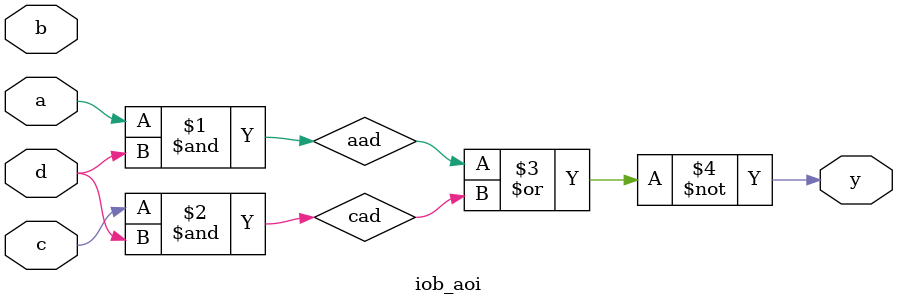
<source format=v>
`timescale 1ns / 1ps

module iob_aoi(
	input a,
	input b,
	input c,
	input d,
	output y
);

	wire aad, cad;

	assign aad = a & d;
	assign cad = c & d;

	assign y = ~(aad | cad);

endmodule

</source>
